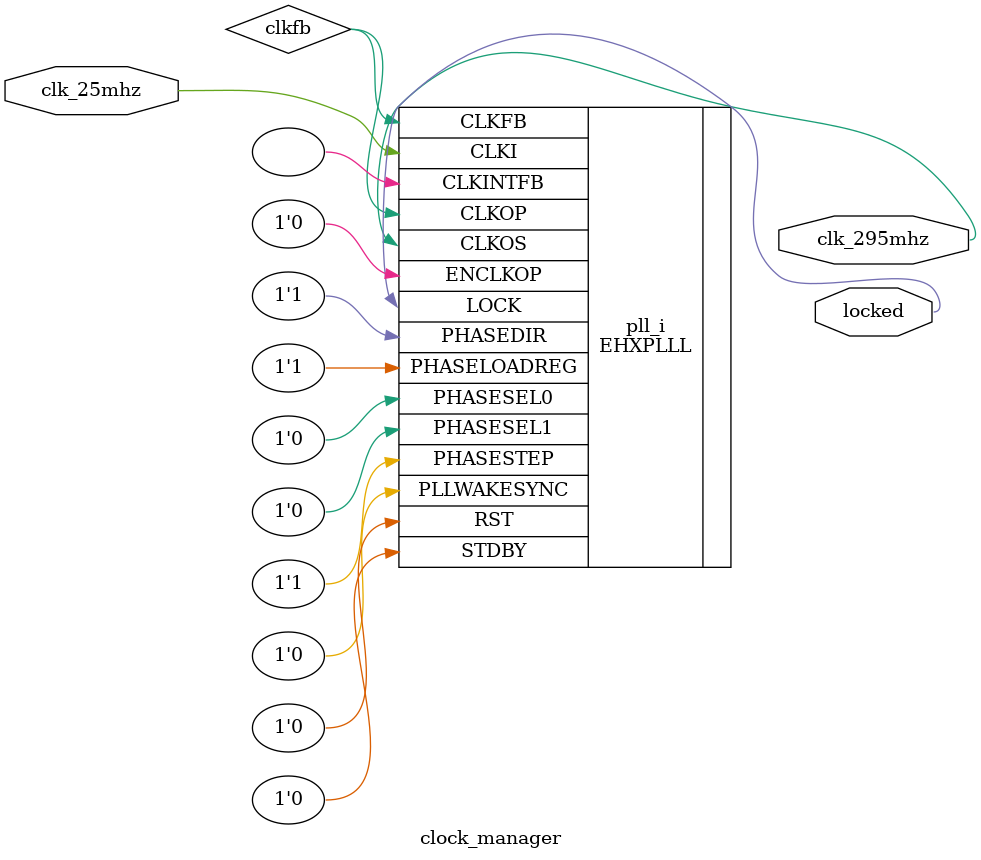
<source format=sv>
module clock_manager
(
    input clk_25mhz, // 25 MHz, 0 deg
    output clk_295mhz, // 29.5 MHz, 0 deg
    output locked
);
wire clkfb;
(* FREQUENCY_PIN_CLKI="25" *)
(* FREQUENCY_PIN_CLKOS="29.5" *)
(* ICP_CURRENT="12" *) (* LPF_RESISTOR="8" *) (* MFG_ENABLE_FILTEROPAMP="1" *) (* MFG_GMCREF_SEL="2" *)
EHXPLLL #(
        .PLLRST_ENA("DISABLED"),
        .INTFB_WAKE("DISABLED"),
        .STDBY_ENABLE("DISABLED"),
        .DPHASE_SOURCE("DISABLED"),
        .OUTDIVIDER_MUXA("DIVA"),
        .OUTDIVIDER_MUXB("DIVB"),
        .OUTDIVIDER_MUXC("DIVC"),
        .OUTDIVIDER_MUXD("DIVD"),
        .CLKI_DIV(5),
        .CLKOP_ENABLE("ENABLED"),
        .CLKOP_DIV(59),
        .CLKOP_CPHASE(9),
        .CLKOP_FPHASE(0),
        .CLKOS_ENABLE("ENABLED"),
        .CLKOS_DIV(20),
        .CLKOS_CPHASE(0),
        .CLKOS_FPHASE(0),
        .FEEDBK_PATH("CLKOP"),
        .CLKFB_DIV(2)
    ) pll_i (
        .RST(1'b0),
        .STDBY(1'b0),
        .CLKI(clk_25mhz),
        .CLKOP(clkfb),
        .CLKOS(clk_295mhz),
        .CLKFB(clkfb),
        .CLKINTFB(),
        .PHASESEL0(1'b0),
        .PHASESEL1(1'b0),
        .PHASEDIR(1'b1),
        .PHASESTEP(1'b1),
        .PHASELOADREG(1'b1),
        .PLLWAKESYNC(1'b0),
        .ENCLKOP(1'b0),
        .LOCK(locked)
	);
endmodule

</source>
